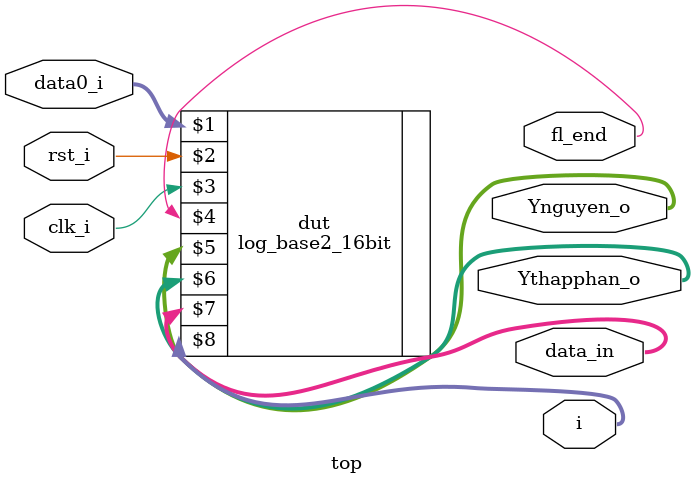
<source format=sv>
module top(data0_i,rst_i,clk_i,fl_end,Ynguyen_o,Ythapphan_o,data_in,i);
input logic [15:0]data0_i;
input logic rst_i,clk_i;
output logic fl_end;
output logic [3:0]Ynguyen_o;
output logic [15:0] data_in;
output logic [15:0]Ythapphan_o;
output logic[3:0] i;

 log_base2_16bit  dut(data0_i,rst_i,clk_i,fl_end,Ynguyen_o,Ythapphan_o,data_in,i);
endmodule:top

</source>
